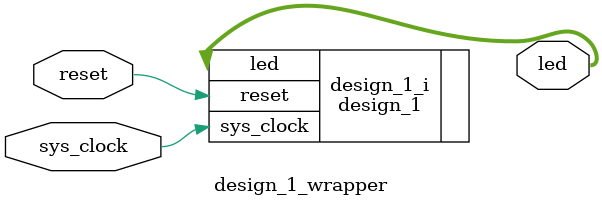
<source format=v>
`timescale 1 ps / 1 ps

module design_1_wrapper
   (led,
    reset,
    sys_clock);
  output [1:0]led;
  input reset;
  input sys_clock;

  wire [1:0]led;
  wire reset;
  wire sys_clock;

  design_1 design_1_i
       (.led(led),
        .reset(reset),
        .sys_clock(sys_clock));
endmodule

</source>
